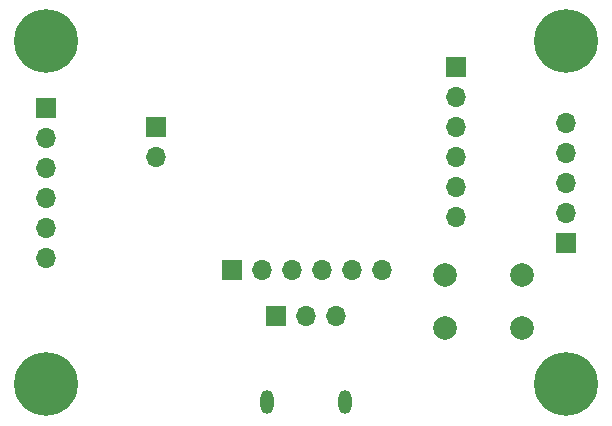
<source format=gbr>
%TF.GenerationSoftware,KiCad,Pcbnew,7.0.8*%
%TF.CreationDate,2023-12-05T18:05:34+00:00*%
%TF.ProjectId,multisensor,6d756c74-6973-4656-9e73-6f722e6b6963,rev?*%
%TF.SameCoordinates,Original*%
%TF.FileFunction,Soldermask,Bot*%
%TF.FilePolarity,Negative*%
%FSLAX46Y46*%
G04 Gerber Fmt 4.6, Leading zero omitted, Abs format (unit mm)*
G04 Created by KiCad (PCBNEW 7.0.8) date 2023-12-05 18:05:34*
%MOMM*%
%LPD*%
G01*
G04 APERTURE LIST*
%ADD10C,5.400000*%
%ADD11R,1.700000X1.700000*%
%ADD12O,1.700000X1.700000*%
%ADD13C,2.000000*%
%ADD14O,1.104000X2.004000*%
G04 APERTURE END LIST*
D10*
%TO.C,REF\u002A\u002A*%
X131375000Y-120375000D03*
%TD*%
D11*
%TO.C,J6*%
X175375000Y-108475000D03*
D12*
X175375000Y-105935000D03*
X175375000Y-103395000D03*
X175375000Y-100855000D03*
X175375000Y-98315000D03*
%TD*%
D10*
%TO.C,REF\u002A\u002A*%
X131375000Y-91375000D03*
%TD*%
D11*
%TO.C,J5*%
X131375000Y-97050000D03*
D12*
X131375000Y-99590000D03*
X131375000Y-102130000D03*
X131375000Y-104670000D03*
X131375000Y-107210000D03*
X131375000Y-109750000D03*
%TD*%
D10*
%TO.C,REF\u002A\u002A*%
X175375000Y-120375000D03*
%TD*%
%TO.C,REF\u002A\u002A*%
X175375000Y-91375000D03*
%TD*%
D11*
%TO.C,J1*%
X147050000Y-110692500D03*
D12*
X149590000Y-110692500D03*
X152130000Y-110692500D03*
X154670000Y-110692500D03*
X157210000Y-110692500D03*
X159750000Y-110692500D03*
%TD*%
D13*
%TO.C,SW1*%
X165125000Y-111125000D03*
X171625000Y-111125000D03*
X165125000Y-115625000D03*
X171625000Y-115625000D03*
%TD*%
D14*
%TO.C,J7*%
X150075000Y-121925000D03*
X156675000Y-121925000D03*
%TD*%
D11*
%TO.C,J4*%
X150835000Y-114595000D03*
D12*
X153375000Y-114595000D03*
X155915000Y-114595000D03*
%TD*%
D11*
%TO.C,J3*%
X140675000Y-98615000D03*
D12*
X140675000Y-101155000D03*
%TD*%
D11*
%TO.C,J2*%
X166075000Y-93540000D03*
D12*
X166075000Y-96080000D03*
X166075000Y-98620000D03*
X166075000Y-101160000D03*
X166075000Y-103700000D03*
X166075000Y-106240000D03*
%TD*%
M02*

</source>
